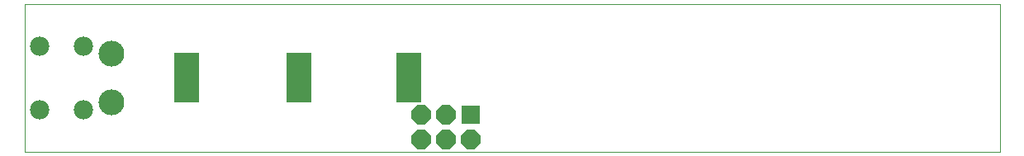
<source format=gbs>
G75*
G70*
%OFA0B0*%
%FSLAX24Y24*%
%IPPOS*%
%LPD*%
%AMOC8*
5,1,8,0,0,1.08239X$1,22.5*
%
%ADD10C,0.0000*%
%ADD11R,0.0780X0.0780*%
%ADD12OC8,0.0780*%
%ADD13C,0.0780*%
%ADD14R,0.1040X0.2040*%
%ADD15C,0.1040*%
D10*
X000151Y001048D02*
X000151Y007044D01*
X039533Y007044D01*
X039533Y001048D01*
X000151Y001048D01*
D11*
X018151Y002548D03*
D12*
X017151Y002548D03*
X016151Y002548D03*
X016151Y001548D03*
X017151Y001548D03*
X018151Y001548D03*
D13*
X002541Y002768D03*
X000761Y002768D03*
X000761Y005328D03*
X002541Y005328D03*
D14*
X006698Y004056D03*
X011230Y004048D03*
X015659Y004076D03*
D15*
X003651Y005032D03*
X003651Y003064D03*
M02*

</source>
